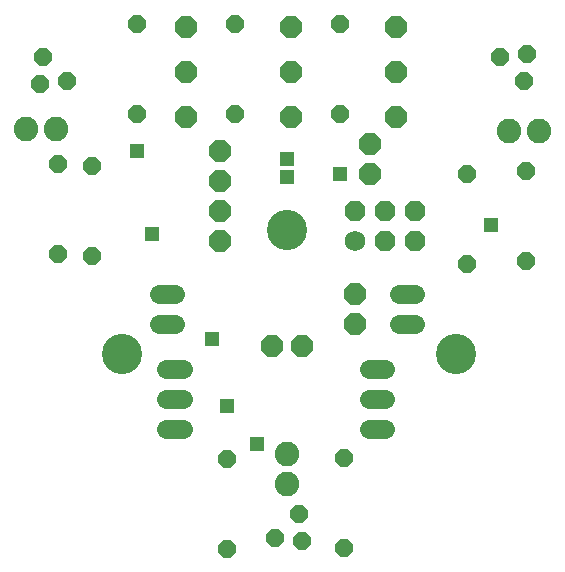
<source format=gbs>
G75*
%MOIN*%
%OFA0B0*%
%FSLAX24Y24*%
%IPPOS*%
%LPD*%
%AMOC8*
5,1,8,0,0,1.08239X$1,22.5*
%
%ADD10C,0.1340*%
%ADD11C,0.0820*%
%ADD12OC8,0.0600*%
%ADD13OC8,0.0740*%
%ADD14OC8,0.0710*%
%ADD15C,0.0680*%
%ADD16OC8,0.0680*%
%ADD17C,0.0640*%
%ADD18R,0.0476X0.0476*%
D10*
X010680Y012680D03*
X016180Y016805D03*
X021805Y012680D03*
D11*
X016170Y009330D03*
X016170Y008330D03*
X023580Y020115D03*
X024580Y020115D03*
X008470Y020180D03*
X007470Y020180D03*
D12*
X008530Y019010D03*
X009680Y018930D03*
X011180Y020680D03*
X008830Y021780D03*
X007930Y021680D03*
X008030Y022580D03*
X011180Y023680D03*
X014430Y023680D03*
X014430Y020680D03*
X017930Y020680D03*
X017930Y023680D03*
X023280Y022580D03*
X024180Y022680D03*
X024080Y021780D03*
X024150Y018780D03*
X022180Y018680D03*
X022180Y015680D03*
X024150Y015780D03*
X018080Y009200D03*
X016580Y007330D03*
X016680Y006430D03*
X015780Y006530D03*
X014180Y006180D03*
X014180Y009180D03*
X018080Y006200D03*
X009680Y015930D03*
X008530Y016010D03*
D13*
X012805Y020555D03*
X012805Y022055D03*
X012805Y023555D03*
X016305Y023555D03*
X016305Y022055D03*
X016305Y020555D03*
X019805Y020555D03*
X019805Y022055D03*
X019805Y023555D03*
D14*
X018930Y019680D03*
X018930Y018680D03*
X018430Y014680D03*
X018430Y013680D03*
X016680Y012930D03*
X015680Y012930D03*
X013930Y016430D03*
X013930Y017430D03*
X013930Y018430D03*
X013930Y019430D03*
D15*
X018430Y016430D03*
D16*
X019430Y016430D03*
X020430Y016430D03*
X020430Y017430D03*
X019430Y017430D03*
X018430Y017430D03*
D17*
X012710Y010180D02*
X012150Y010180D01*
X012150Y011180D02*
X012710Y011180D01*
X012710Y012180D02*
X012150Y012180D01*
X011900Y013680D02*
X012460Y013680D01*
X012460Y014680D02*
X011900Y014680D01*
X018900Y012180D02*
X019460Y012180D01*
X019460Y011180D02*
X018900Y011180D01*
X018900Y010180D02*
X019460Y010180D01*
X019900Y013680D02*
X020460Y013680D01*
X020460Y014680D02*
X019900Y014680D01*
D18*
X022965Y016965D03*
X017930Y018680D03*
X016180Y018555D03*
X016180Y019180D03*
X011680Y016680D03*
X011180Y019430D03*
X013680Y013180D03*
X014180Y010930D03*
X015180Y009680D03*
M02*

</source>
